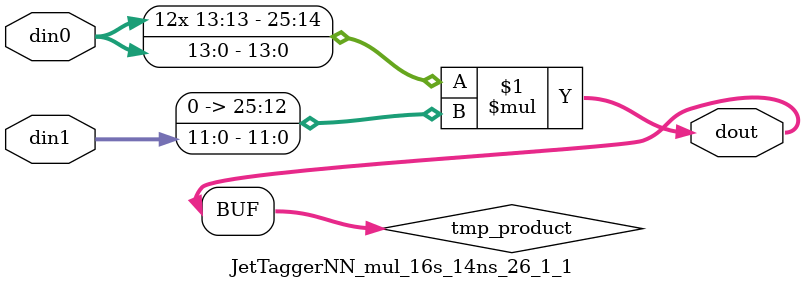
<source format=v>

`timescale 1 ns / 1 ps

  module JetTaggerNN_mul_16s_14ns_26_1_1(din0, din1, dout);
parameter ID = 1;
parameter NUM_STAGE = 0;
parameter din0_WIDTH = 14;
parameter din1_WIDTH = 12;
parameter dout_WIDTH = 26;

input [din0_WIDTH - 1 : 0] din0; 
input [din1_WIDTH - 1 : 0] din1; 
output [dout_WIDTH - 1 : 0] dout;

wire signed [dout_WIDTH - 1 : 0] tmp_product;












assign tmp_product = $signed(din0) * $signed({1'b0, din1});









assign dout = tmp_product;







endmodule

</source>
